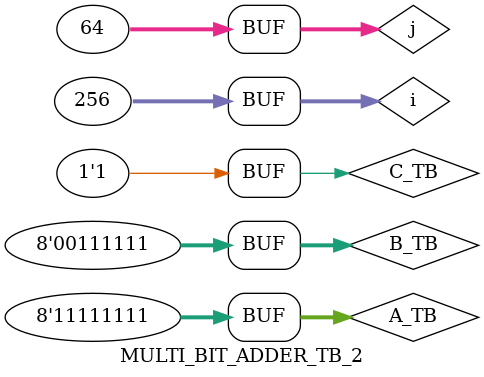
<source format=v>

`timescale 1ns/1ps
`include "MULTI_BIT_ADDER.v"

module MULTI_BIT_ADDER_TB_2();

    reg [7:0] A_TB;
    reg [7:0] B_TB;
    reg C_TB;
    wire [7:0] F_TB;
    wire E_TB;

    integer i, j;

    MULTI_BIT_ADDER DUT(E_TB, F_TB, A_TB, B_TB, C_TB);

    initial

        begin
            
            $dumpfile("MULTI_BIT_ADDER_TB_2.vcd");
            $dumpvars(0, MULTI_BIT_ADDER_TB_2);

            for (i = 200; i < 256; i = i + 1) begin

                for (j = 0; j < 64; j = j + 1) begin

                        A_TB = i;
                        B_TB = j;

                        C_TB = 0;

                        #10;

                        C_TB = 1;

                        #10;
                    
                end
                
            end
        
        end

endmodule
</source>
